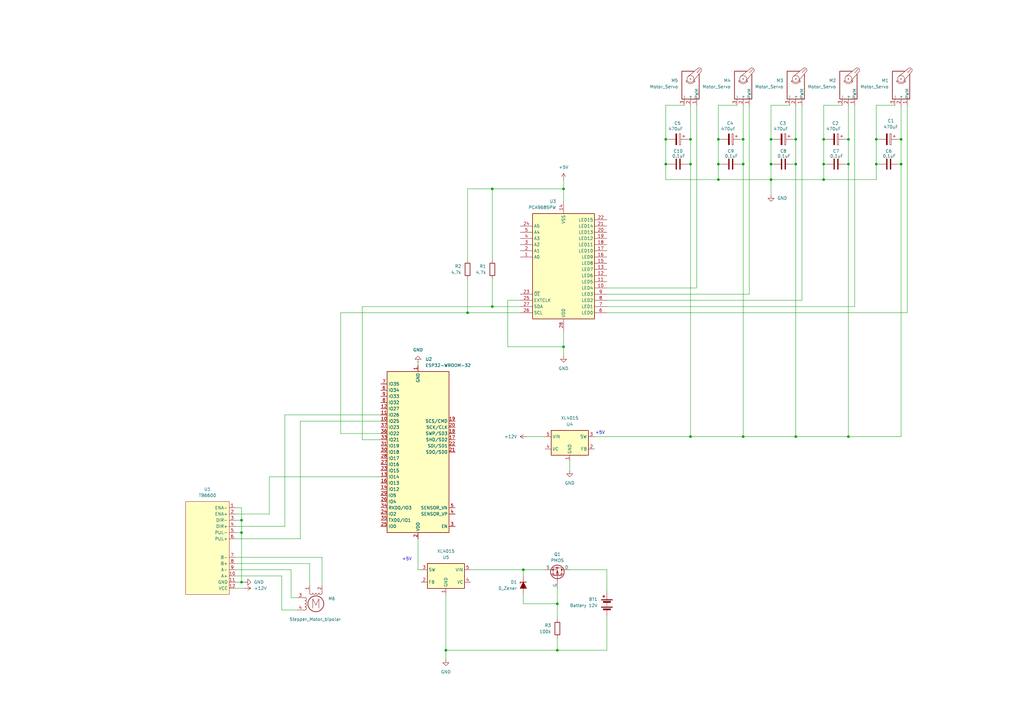
<source format=kicad_sch>
(kicad_sch (version 20231120) (generator "eeschema") (generator_version "8.0")
  (paper "A3")
  (lib_symbols
    (symbol "Device:Battery" (pin_numbers hide) (pin_names (offset 0) hide)
      (property "Reference" "BT" (at 2.54 2.54 0))
      (property "Value" "Battery" (at 2.54 0 0))
      (symbol "Battery_0_1"
        (rectangle (start -2.286 -1.27) (end 2.286 -1.524) (fill (type outline)))
        (rectangle (start -2.286 1.778) (end 2.286 1.524) (fill (type outline)))
        (rectangle (start -1.524 -2.032) (end 1.524 -2.54) (fill (type outline)))
        (rectangle (start -1.524 1.016) (end 1.524 0.508) (fill (type outline)))
        (polyline (pts (xy 0 -1.016) (xy 0 -0.762)))
        (polyline (pts (xy 0 -0.508) (xy 0 -0.254)))
        (polyline (pts (xy 0 0) (xy 0 0.254)))
        (polyline (pts (xy 0 1.778) (xy 0 2.54)))
        (polyline (pts (xy 0.762 3.048) (xy 1.778 3.048)) (stroke (width 0.254)))
        (polyline (pts (xy 1.27 3.556) (xy 1.27 2.54)) (stroke (width 0.254)))
      )
      (symbol "Battery_1_1"
        (pin passive line (at 0 5.08 270) (length 2.54) (name "+") (number "1"))
        (pin passive line (at 0 -5.08 90) (length 2.54) (name "-") (number "2"))
      )
    )
    (symbol "Device:C" (pin_numbers hide) (pin_names (offset 0.254))
      (property "Reference" "C" (at 0.635 2.54 0))
      (property "Value" "C" (at 0.635 -2.54 0))
      (symbol "C_0_1"
        (polyline (pts (xy -2.032 -0.762) (xy 2.032 -0.762)) (stroke (width 0.508)))
        (polyline (pts (xy -2.032 0.762) (xy 2.032 0.762)) (stroke (width 0.508)))
      )
      (symbol "C_1_1"
        (pin passive line (at 0 3.81 270) (length 2.794) (name "~") (number "1"))
        (pin passive line (at 0 -3.81 90) (length 2.794) (name "~") (number "2"))
      )
    )
    (symbol "Device:C_Polarized" (pin_numbers hide) (pin_names (offset 0.254))
      (property "Reference" "C" (at 0.635 2.54 0))
      (property "Value" "C_Polarized" (at 0.635 -2.54 0))
      (symbol "C_Polarized_0_1"
        (rectangle (start -2.286 0.508) (end 2.286 1.016))
        (polyline (pts (xy -1.778 2.286) (xy -0.762 2.286)))
        (polyline (pts (xy -1.27 2.794) (xy -1.27 1.778)))
        (rectangle (start 2.286 -0.508) (end -2.286 -1.016) (fill (type outline)))
      )
      (symbol "C_Polarized_1_1"
        (pin passive line (at 0 3.81 270) (length 2.794) (name "~") (number "1"))
        (pin passive line (at 0 -3.81 90) (length 2.794) (name "~") (number "2"))
      )
    )
    (symbol "Device:D_Zener_Filled" (pin_numbers hide) (pin_names (offset 1.016) hide)
      (property "Reference" "D" (at 0 2.54 0))
      (property "Value" "D_Zener_Filled" (at 0 -2.54 0))
      (symbol "D_Zener_Filled_0_1"
        (polyline (pts (xy 1.27 0) (xy -1.27 0)))
        (polyline (pts (xy -1.27 -1.27) (xy -1.27 1.27) (xy -0.762 1.27)) (stroke (width 0.254)))
        (polyline (pts (xy 1.27 -1.27) (xy 1.27 1.27) (xy -1.27 0) (xy 1.27 -1.27)) (stroke (width 0.254)) (fill (type outline)))
      )
      (symbol "D_Zener_Filled_1_1"
        (pin passive line (at -3.81 0 0) (length 2.54) (name "K") (number "1"))
        (pin passive line (at 3.81 0 180) (length 2.54) (name "A") (number "2"))
      )
    )
    (symbol "Device:R" (pin_numbers hide) (pin_names (offset 0))
      (property "Reference" "R" (at 2.032 0 90))
      (property "Value" "R" (at 0 0 90))
      (symbol "R_0_1"
        (rectangle (start -1.016 -2.54) (end 1.016 2.54) (stroke (width 0.254)))
      )
      (symbol "R_1_1"
        (pin passive line (at 0 3.81 270) (length 1.27) (name "~") (number "1"))
        (pin passive line (at 0 -3.81 90) (length 1.27) (name "~") (number "2"))
      )
    )
    (symbol "Driver_LED:PCA9685PW"
      (property "Reference" "U" (at -12.7 22.225 0))
      (property "Value" "PCA9685PW" (at 1.27 22.225 0))
      (symbol "PCA9685PW_0_1"
        (rectangle (start -12.7 20.32) (end 12.7 -22.86) (stroke (width 0.254)) (fill (type background)))
      )
      (symbol "PCA9685PW_1_1"
        (pin input line (at -17.78 -5.08 0) (length 5.08) (name "A0") (number "1"))
        (pin output line (at 17.78 7.62 180) (length 5.08) (name "LED4") (number "10"))
        (pin output line (at 17.78 5.08 180) (length 5.08) (name "LED5") (number "11"))
        (pin output line (at 17.78 2.54 180) (length 5.08) (name "LED6") (number "12"))
        (pin output line (at 17.78 0 180) (length 5.08) (name "LED7") (number "13"))
        (pin power_in line (at 0 -27.94 90) (length 5.08) (name "VSS") (number "14"))
        (pin output line (at 17.78 -2.54 180) (length 5.08) (name "LED8") (number "15"))
        (pin output line (at 17.78 -5.08 180) (length 5.08) (name "LED9") (number "16"))
        (pin output line (at 17.78 -7.62 180) (length 5.08) (name "LED10") (number "17"))
        (pin output line (at 17.78 -10.16 180) (length 5.08) (name "LED11") (number "18"))
        (pin output line (at 17.78 -12.7 180) (length 5.08) (name "LED12") (number "19"))
        (pin input line (at -17.78 -7.62 0) (length 5.08) (name "A1") (number "2"))
        (pin output line (at 17.78 -15.24 180) (length 5.08) (name "LED13") (number "20"))
        (pin output line (at 17.78 -17.78 180) (length 5.08) (name "LED14") (number "21"))
        (pin output line (at 17.78 -20.32 180) (length 5.08) (name "LED15") (number "22"))
        (pin input line (at -17.78 10.16 0) (length 5.08) (name "~{OE}") (number "23"))
        (pin input line (at -17.78 -17.78 0) (length 5.08) (name "A5") (number "24"))
        (pin input line (at -17.78 12.7 0) (length 5.08) (name "EXTCLK") (number "25"))
        (pin input line (at -17.78 17.78 0) (length 5.08) (name "SCL") (number "26"))
        (pin bidirectional line (at -17.78 15.24 0) (length 5.08) (name "SDA") (number "27"))
        (pin power_in line (at 0 25.4 270) (length 5.08) (name "VDD") (number "28"))
        (pin input line (at -17.78 -10.16 0) (length 5.08) (name "A2") (number "3"))
        (pin input line (at -17.78 -12.7 0) (length 5.08) (name "A3") (number "4"))
        (pin input line (at -17.78 -15.24 0) (length 5.08) (name "A4") (number "5"))
        (pin output line (at 17.78 17.78 180) (length 5.08) (name "LED0") (number "6"))
        (pin output line (at 17.78 15.24 180) (length 5.08) (name "LED1") (number "7"))
        (pin output line (at 17.78 12.7 180) (length 5.08) (name "LED2") (number "8"))
        (pin output line (at 17.78 10.16 180) (length 5.08) (name "LED3") (number "9"))
      )
    )
    (symbol "Motor:Motor_Servo" (pin_names (offset 0.0254))
      (property "Reference" "M" (at -5.08 4.445 0))
      (property "Value" "Motor_Servo" (at -5.08 -4.064 0))
      (symbol "Motor_Servo_0_1"
        (polyline (pts (xy 2.413 -1.778) (xy 2.032 -1.778)))
        (polyline (pts (xy 2.413 -1.778) (xy 2.286 -1.397)))
        (polyline (pts (xy 2.413 1.778) (xy 1.905 1.778)))
        (polyline (pts (xy 2.413 1.778) (xy 2.286 1.397)))
        (polyline (pts (xy 6.35 4.445) (xy 2.54 1.27)))
        (polyline (pts (xy 7.62 3.175) (xy 4.191 -1.016)))
        (polyline (pts (xy 5.08 3.556) (xy -5.08 3.556) (xy -5.08 -3.556) (xy 6.35 -3.556) (xy 6.35 1.524)) (stroke (width 0.254)))
        (arc (start 2.413 1.778) (mid 1.2406 0) (end 2.413 -1.778))
        (circle (center 3.175 0) (radius 0.1778))
        (circle (center 3.175 0) (radius 1.4224))
        (circle (center 5.969 2.794) (radius 0.127))
        (circle (center 6.477 3.302) (radius 0.127))
        (circle (center 6.985 3.81) (radius 0.127))
        (arc (start 7.62 3.175) (mid 7.4485 4.2735) (end 6.35 4.445))
      )
      (symbol "Motor_Servo_1_1"
        (pin passive line (at -7.62 2.54 0) (length 2.54) (name "PWM") (number "1"))
        (pin passive line (at -7.62 0 0) (length 2.54) (name "+") (number "2"))
        (pin passive line (at -7.62 -2.54 0) (length 2.54) (name "-") (number "3"))
      )
    )
    (symbol "Motor:Stepper_Motor_bipolar" (pin_names (offset 0) hide)
      (property "Reference" "M" (at 3.81 2.54 0))
      (property "Value" "Stepper_Motor_bipolar" (at 3.81 1.27 0))
      (symbol "Stepper_Motor_bipolar_0_0"
        (polyline (pts (xy -1.27 -1.778) (xy -1.27 2.032) (xy 0 -0.508) (xy 1.27 2.032) (xy 1.27 -1.778)))
      )
      (symbol "Stepper_Motor_bipolar_0_1"
        (arc (start -4.445 -2.54) (mid -3.8127 -1.905) (end -4.445 -1.27))
        (arc (start -4.445 -1.27) (mid -3.8127 -0.635) (end -4.445 0))
        (arc (start -4.445 0) (mid -3.8127 0.635) (end -4.445 1.27))
        (arc (start -4.445 1.27) (mid -3.8127 1.905) (end -4.445 2.54))
        (arc (start -2.54 4.445) (mid -1.905 3.8127) (end -1.27 4.445))
        (arc (start -1.27 4.445) (mid -0.635 3.8127) (end 0 4.445))
        (polyline (pts (xy -5.08 -2.54) (xy -4.445 -2.54)))
        (polyline (pts (xy -5.08 2.54) (xy -4.445 2.54)))
        (polyline (pts (xy -2.54 5.08) (xy -2.54 4.445)))
        (polyline (pts (xy 2.54 5.08) (xy 2.54 4.445)))
        (circle (center 0 0) (radius 3.2512) (stroke (width 0.254)))
        (arc (start 0 4.445) (mid 0.635 3.8127) (end 1.27 4.445))
        (arc (start 1.27 4.445) (mid 1.905 3.8127) (end 2.54 4.445))
      )
      (symbol "Stepper_Motor_bipolar_1_1"
        (pin passive line (at -2.54 7.62 270) (length 2.54) (name "~") (number "1"))
        (pin passive line (at 2.54 7.62 270) (length 2.54) (name "-") (number "2"))
        (pin passive line (at -7.62 2.54 0) (length 2.54) (name "~") (number "3"))
        (pin passive line (at -7.62 -2.54 0) (length 2.54) (name "~") (number "4"))
      )
    )
    (symbol "RF_Module:ESP32-WROOM-32"
      (property "Reference" "U" (at -12.7 34.29 0))
      (property "Value" "ESP32-WROOM-32" (at 1.27 34.29 0))
      (symbol "ESP32-WROOM-32_0_1"
        (rectangle (start -12.7 33.02) (end 12.7 -33.02) (stroke (width 0.254)) (fill (type background)))
      )
      (symbol "ESP32-WROOM-32_1_1"
        (pin power_in line (at 0 -35.56 90) (length 2.54) (name "GND") (number "1"))
        (pin bidirectional line (at 15.24 -12.7 180) (length 2.54) (name "IO25") (number "10"))
        (pin bidirectional line (at 15.24 -15.24 180) (length 2.54) (name "IO26") (number "11"))
        (pin bidirectional line (at 15.24 -17.78 180) (length 2.54) (name "IO27") (number "12"))
        (pin bidirectional line (at 15.24 10.16 180) (length 2.54) (name "IO14") (number "13"))
        (pin bidirectional line (at 15.24 15.24 180) (length 2.54) (name "IO12") (number "14"))
        (pin passive line (at 0 -35.56 90) (length 2.54) hide (name "GND") (number "15"))
        (pin bidirectional line (at 15.24 12.7 180) (length 2.54) (name "IO13") (number "16"))
        (pin bidirectional line (at -15.24 -5.08 0) (length 2.54) (name "SHD/SD2") (number "17"))
        (pin bidirectional line (at -15.24 -7.62 0) (length 2.54) (name "SWP/SD3") (number "18"))
        (pin bidirectional line (at -15.24 -12.7 0) (length 2.54) (name "SCS/CMD") (number "19"))
        (pin power_in line (at 0 35.56 270) (length 2.54) (name "VDD") (number "2"))
        (pin bidirectional line (at -15.24 -10.16 0) (length 2.54) (name "SCK/CLK") (number "20"))
        (pin bidirectional line (at -15.24 0 0) (length 2.54) (name "SDO/SD0") (number "21"))
        (pin bidirectional line (at -15.24 -2.54 0) (length 2.54) (name "SDI/SD1") (number "22"))
        (pin bidirectional line (at 15.24 7.62 180) (length 2.54) (name "IO15") (number "23"))
        (pin bidirectional line (at 15.24 25.4 180) (length 2.54) (name "IO2") (number "24"))
        (pin bidirectional line (at 15.24 30.48 180) (length 2.54) (name "IO0") (number "25"))
        (pin bidirectional line (at 15.24 20.32 180) (length 2.54) (name "IO4") (number "26"))
        (pin bidirectional line (at 15.24 5.08 180) (length 2.54) (name "IO16") (number "27"))
        (pin bidirectional line (at 15.24 2.54 180) (length 2.54) (name "IO17") (number "28"))
        (pin bidirectional line (at 15.24 17.78 180) (length 2.54) (name "IO5") (number "29"))
        (pin input line (at -15.24 30.48 0) (length 2.54) (name "EN") (number "3"))
        (pin bidirectional line (at 15.24 0 180) (length 2.54) (name "IO18") (number "30"))
        (pin bidirectional line (at 15.24 -2.54 180) (length 2.54) (name "IO19") (number "31"))
        (pin no_connect line (at -12.7 -27.94 0) (length 2.54) hide (name "NC") (number "32"))
        (pin bidirectional line (at 15.24 -5.08 180) (length 2.54) (name "IO21") (number "33"))
        (pin bidirectional line (at 15.24 22.86 180) (length 2.54) (name "RXD0/IO3") (number "34"))
        (pin bidirectional line (at 15.24 27.94 180) (length 2.54) (name "TXD0/IO1") (number "35"))
        (pin bidirectional line (at 15.24 -7.62 180) (length 2.54) (name "IO22") (number "36"))
        (pin bidirectional line (at 15.24 -10.16 180) (length 2.54) (name "IO23") (number "37"))
        (pin passive line (at 0 -35.56 90) (length 2.54) hide (name "GND") (number "38"))
        (pin passive line (at 0 -35.56 90) (length 2.54) hide (name "GND") (number "39"))
        (pin input line (at -15.24 25.4 0) (length 2.54) (name "SENSOR_VP") (number "4"))
        (pin input line (at -15.24 22.86 0) (length 2.54) (name "SENSOR_VN") (number "5"))
        (pin input line (at 15.24 -25.4 180) (length 2.54) (name "IO34") (number "6"))
        (pin input line (at 15.24 -27.94 180) (length 2.54) (name "IO35") (number "7"))
        (pin bidirectional line (at 15.24 -20.32 180) (length 2.54) (name "IO32") (number "8"))
        (pin bidirectional line (at 15.24 -22.86 180) (length 2.54) (name "IO33") (number "9"))
      )
    )
    (symbol "Regulator_Switching:XL4015"
      (property "Reference" "U?" (at -6.35 6.35 0))
      (property "Value" "XL4015" (at 6.35 6.35 0))
      (symbol "XL4015_0_1"
        (rectangle (start -7.62 5.08) (end 7.62 -5.08) (stroke (width 0.254)) (fill (type background)))
      )
      (symbol "XL4015_1_1"
        (pin power_in line (at 0 -7.62 90) (length 2.54) (name "GND") (number "1"))
        (pin input line (at 10.16 -2.54 180) (length 2.54) (name "FB") (number "2"))
        (pin power_out line (at 10.16 2.54 180) (length 2.54) (name "SW") (number "3"))
        (pin input line (at -10.16 -2.54 0) (length 2.54) (name "VC") (number "4"))
        (pin power_in line (at -10.16 2.54 0) (length 2.54) (name "VIN") (number "5"))
      )
    )
    (symbol "Simulation_SPICE:PMOS" (pin_numbers hide) (pin_names (offset 0))
      (property "Reference" "Q" (at 5.08 1.27 0))
      (property "Value" "PMOS" (at 5.08 -1.27 0))
      (symbol "PMOS_0_1"
        (polyline (pts (xy 0.254 0) (xy -2.54 0)))
        (polyline (pts (xy 0.254 1.905) (xy 0.254 -1.905)) (stroke (width 0.254)))
        (polyline (pts (xy 0.762 -1.27) (xy 0.762 -2.286)) (stroke (width 0.254)))
        (polyline (pts (xy 0.762 0.508) (xy 0.762 -0.508)) (stroke (width 0.254)))
        (polyline (pts (xy 0.762 2.286) (xy 0.762 1.27)) (stroke (width 0.254)))
        (polyline (pts (xy 2.54 2.54) (xy 2.54 1.778)))
        (polyline (pts (xy 2.54 -2.54) (xy 2.54 0) (xy 0.762 0)))
        (polyline (pts (xy 0.762 1.778) (xy 3.302 1.778) (xy 3.302 -1.778) (xy 0.762 -1.778)))
        (polyline (pts (xy 2.286 0) (xy 1.27 0.381) (xy 1.27 -0.381) (xy 2.286 0)) (fill (type outline)))
        (polyline (pts (xy 2.794 -0.508) (xy 2.921 -0.381) (xy 3.683 -0.381) (xy 3.81 -0.254)))
        (polyline (pts (xy 3.302 -0.381) (xy 2.921 0.254) (xy 3.683 0.254) (xy 3.302 -0.381)))
        (circle (center 1.651 0) (radius 2.794) (stroke (width 0.254)))
        (circle (center 2.54 -1.778) (radius 0.254) (fill (type outline)))
        (circle (center 2.54 1.778) (radius 0.254) (fill (type outline)))
      )
      (symbol "PMOS_1_1"
        (pin passive line (at 2.54 5.08 270) (length 2.54) (name "D") (number "1"))
        (pin input line (at -5.08 0 0) (length 2.54) (name "G") (number "2"))
        (pin passive line (at 2.54 -5.08 90) (length 2.54) (name "S") (number "3"))
      )
    )
    (symbol "power:GND" (power) (pin_numbers hide) (pin_names (offset 0) hide)
      (property "Value" "GND" (at 0 -3.81 0))
      (symbol "GND_0_1"
        (polyline (pts (xy 0 0) (xy 0 -1.27) (xy 1.27 -1.27) (xy 0 -2.54) (xy -1.27 -1.27) (xy 0 -1.27)))
      )
      (symbol "GND_1_1"
        (pin power_in line (at 0 0 270) (length 0) (name "~") (number "1"))
      )
    )
    (symbol "power:VCC" (power) (pin_numbers hide) (pin_names (offset 0) hide)
      (property "Value" "VCC" (at 0 3.556 0))
      (symbol "VCC_0_1"
        (polyline (pts (xy -0.762 1.27) (xy 0 2.54)))
        (polyline (pts (xy 0 0) (xy 0 2.54)))
        (polyline (pts (xy 0 2.54) (xy 0.762 1.27)))
      )
      (symbol "VCC_1_1"
        (pin power_in line (at 0 0 90) (length 0) (name "~") (number "1"))
      )
    )
    (symbol "tb6600:TB6600"
      (property "Reference" "U" (at -13.208 1.016 0))
      (property "Value" "TB6600" (at -5.334 0.762 0))
      (symbol "TB6600_1_1"
        (rectangle (start -13.97 0) (end 3.81 -38.1) (fill (type background)))
        (pin input line (at 6.35 -2.54 180) (length 2.54) (name "ENA-") (number "1"))
        (pin bidirectional line (at 6.35 -30.48 180) (length 2.54) (name "A+") (number "10"))
        (pin power_in line (at 6.35 -33.02 180) (length 2.54) (name "GND") (number "11"))
        (pin power_in line (at 6.35 -35.56 180) (length 2.54) (name "VCC") (number "12"))
        (pin input line (at 6.35 -5.08 180) (length 2.54) (name "ENA+") (number "2"))
        (pin input line (at 6.35 -7.62 180) (length 2.54) (name "DIR-") (number "3"))
        (pin input line (at 6.35 -10.16 180) (length 2.54) (name "DIR+") (number "4"))
        (pin input line (at 6.35 -12.7 180) (length 2.54) (name "PUL-") (number "5"))
        (pin input line (at 6.35 -15.24 180) (length 2.54) (name "PUL+") (number "6"))
        (pin bidirectional line (at 6.35 -22.86 180) (length 2.54) (name "B-") (number "7"))
        (pin bidirectional line (at 6.35 -25.4 180) (length 2.54) (name "B+") (number "8"))
        (pin bidirectional line (at 6.35 -27.94 180) (length 2.54) (name "A-") (number "9"))
      )
    )
  )
  (junction (at 337.82 67.31))
  (junction (at 316.23 67.31))
  (junction (at 359.41 67.31))
  (junction (at 191.77 128.27))
  (junction (at 369.57 67.31))
  (junction (at 201.93 125.73))
  (junction (at 337.82 73.66))
  (junction (at 283.21 57.15))
  (junction (at 369.57 57.15))
  (junction (at 99.06 218.44))
  (junction (at 214.63 233.68))
  (junction (at 228.6 247.65))
  (junction (at 99.06 238.76))
  (junction (at 273.05 57.15))
  (junction (at 304.8 67.31))
  (junction (at 337.82 57.15))
  (junction (at 316.23 57.15))
  (junction (at 347.98 179.07))
  (junction (at 228.6 266.7))
  (junction (at 304.8 179.07))
  (junction (at 273.05 67.31))
  (junction (at 347.98 57.15))
  (junction (at 231.14 77.47))
  (junction (at 231.14 142.24))
  (junction (at 99.06 213.36))
  (junction (at 201.93 77.47))
  (junction (at 326.39 57.15))
  (junction (at 304.8 57.15))
  (junction (at 326.39 67.31))
  (junction (at 283.21 179.07))
  (junction (at 182.88 266.7))
  (junction (at 294.64 57.15))
  (junction (at 326.39 179.07))
  (junction (at 283.21 67.31))
  (junction (at 316.23 73.66))
  (junction (at 294.64 73.66))
  (junction (at 294.64 67.31))
  (junction (at 347.98 67.31))
  (junction (at 359.41 57.15))
  (wire (pts (xy 119.38 245.11) (xy 121.92 245.11)))
  (wire (pts (xy 281.94 67.31) (xy 283.21 67.31)))
  (wire (pts (xy 231.14 142.24) (xy 231.14 146.05)))
  (wire (pts (xy 283.21 67.31) (xy 283.21 179.07)))
  (wire (pts (xy 96.52 208.28) (xy 99.06 208.28)))
  (wire (pts (xy 182.88 266.7) (xy 228.6 266.7)))
  (wire (pts (xy 273.05 43.18) (xy 273.05 57.15)))
  (wire (pts (xy 248.92 118.11) (xy 285.75 118.11)))
  (wire (pts (xy 96.52 210.82) (xy 110.49 210.82)))
  (wire (pts (xy 294.64 67.31) (xy 294.64 73.66)))
  (wire (pts (xy 339.09 67.31) (xy 337.82 67.31)))
  (wire (pts (xy 96.52 215.9) (xy 116.84 215.9)))
  (wire (pts (xy 273.05 67.31) (xy 273.05 73.66)))
  (wire (pts (xy 248.92 233.68) (xy 233.68 233.68)))
  (wire (pts (xy 337.82 67.31) (xy 337.82 73.66)))
  (wire (pts (xy 96.52 236.22) (xy 115.57 236.22)))
  (wire (pts (xy 294.64 43.18) (xy 294.64 57.15)))
  (wire (pts (xy 156.21 177.8) (xy 139.7 177.8)))
  (wire (pts (xy 115.57 236.22) (xy 115.57 250.19)))
  (wire (pts (xy 139.7 177.8) (xy 139.7 128.27)))
  (wire (pts (xy 295.91 67.31) (xy 294.64 67.31)))
  (wire (pts (xy 304.8 67.31) (xy 304.8 57.15)))
  (wire (pts (xy 191.77 128.27) (xy 191.77 114.3)))
  (wire (pts (xy 96.52 220.98) (xy 123.19 220.98)))
  (wire (pts (xy 337.82 57.15) (xy 339.09 57.15)))
  (wire (pts (xy 231.14 73.66) (xy 231.14 77.47)))
  (wire (pts (xy 369.57 43.18) (xy 369.57 57.15)))
  (wire (pts (xy 171.45 220.98) (xy 171.45 233.68)))
  (wire (pts (xy 304.8 179.07) (xy 326.39 179.07)))
  (wire (pts (xy 248.92 125.73) (xy 350.52 125.73)))
  (wire (pts (xy 326.39 57.15) (xy 325.12 57.15)))
  (wire (pts (xy 369.57 57.15) (xy 368.3 57.15)))
  (wire (pts (xy 231.14 142.24) (xy 231.14 135.89)))
  (wire (pts (xy 283.21 57.15) (xy 281.94 57.15)))
  (wire (pts (xy 304.8 57.15) (xy 303.53 57.15)))
  (wire (pts (xy 96.52 213.36) (xy 99.06 213.36)))
  (wire (pts (xy 208.28 123.19) (xy 208.28 142.24)))
  (wire (pts (xy 283.21 67.31) (xy 283.21 57.15)))
  (wire (pts (xy 99.06 238.76) (xy 100.33 238.76)))
  (wire (pts (xy 347.98 67.31) (xy 347.98 179.07)))
  (wire (pts (xy 368.3 67.31) (xy 369.57 67.31)))
  (wire (pts (xy 316.23 67.31) (xy 316.23 57.15)))
  (wire (pts (xy 223.52 233.68) (xy 214.63 233.68)))
  (wire (pts (xy 96.52 231.14) (xy 127 231.14)))
  (wire (pts (xy 347.98 57.15) (xy 346.71 57.15)))
  (wire (pts (xy 369.57 67.31) (xy 369.57 57.15)))
  (wire (pts (xy 171.45 148.59) (xy 171.45 149.86)))
  (wire (pts (xy 228.6 247.65) (xy 228.6 254)))
  (wire (pts (xy 116.84 170.18) (xy 156.21 170.18)))
  (wire (pts (xy 248.92 123.19) (xy 328.93 123.19)))
  (wire (pts (xy 208.28 142.24) (xy 231.14 142.24)))
  (wire (pts (xy 148.59 125.73) (xy 201.93 125.73)))
  (wire (pts (xy 191.77 77.47) (xy 201.93 77.47)))
  (wire (pts (xy 193.04 233.68) (xy 214.63 233.68)))
  (wire (pts (xy 326.39 67.31) (xy 326.39 57.15)))
  (wire (pts (xy 156.21 180.34) (xy 148.59 180.34)))
  (wire (pts (xy 96.52 218.44) (xy 99.06 218.44)))
  (wire (pts (xy 317.5 67.31) (xy 316.23 67.31)))
  (wire (pts (xy 283.21 179.07) (xy 304.8 179.07)))
  (wire (pts (xy 280.67 43.18) (xy 273.05 43.18)))
  (wire (pts (xy 248.92 242.57) (xy 248.92 233.68)))
  (wire (pts (xy 303.53 67.31) (xy 304.8 67.31)))
  (wire (pts (xy 304.8 67.31) (xy 304.8 179.07)))
  (wire (pts (xy 360.68 67.31) (xy 359.41 67.31)))
  (wire (pts (xy 326.39 179.07) (xy 347.98 179.07)))
  (wire (pts (xy 182.88 243.84) (xy 182.88 266.7)))
  (wire (pts (xy 233.68 189.23) (xy 233.68 193.04)))
  (wire (pts (xy 213.36 123.19) (xy 208.28 123.19)))
  (wire (pts (xy 367.03 43.18) (xy 359.41 43.18)))
  (wire (pts (xy 96.52 233.68) (xy 119.38 233.68)))
  (wire (pts (xy 304.8 43.18) (xy 304.8 57.15)))
  (wire (pts (xy 316.23 57.15) (xy 317.5 57.15)))
  (wire (pts (xy 99.06 208.28) (xy 99.06 213.36)))
  (wire (pts (xy 294.64 73.66) (xy 316.23 73.66)))
  (wire (pts (xy 323.85 43.18) (xy 316.23 43.18)))
  (wire (pts (xy 139.7 128.27) (xy 191.77 128.27)))
  (wire (pts (xy 302.26 43.18) (xy 294.64 43.18)))
  (wire (pts (xy 248.92 128.27) (xy 372.11 128.27)))
  (wire (pts (xy 172.72 233.68) (xy 171.45 233.68)))
  (wire (pts (xy 294.64 57.15) (xy 295.91 57.15)))
  (wire (pts (xy 359.41 57.15) (xy 359.41 67.31)))
  (wire (pts (xy 99.06 218.44) (xy 99.06 238.76)))
  (wire (pts (xy 201.93 106.68) (xy 201.93 77.47)))
  (wire (pts (xy 316.23 43.18) (xy 316.23 57.15)))
  (wire (pts (xy 337.82 73.66) (xy 316.23 73.66)))
  (wire (pts (xy 96.52 238.76) (xy 99.06 238.76)))
  (wire (pts (xy 214.63 233.68) (xy 214.63 236.22)))
  (wire (pts (xy 273.05 57.15) (xy 273.05 67.31)))
  (wire (pts (xy 337.82 57.15) (xy 337.82 67.31)))
  (wire (pts (xy 285.75 43.18) (xy 285.75 118.11)))
  (wire (pts (xy 191.77 106.68) (xy 191.77 77.47)))
  (wire (pts (xy 182.88 266.7) (xy 182.88 270.51)))
  (wire (pts (xy 316.23 73.66) (xy 316.23 80.01)))
  (wire (pts (xy 347.98 43.18) (xy 347.98 57.15)))
  (wire (pts (xy 123.19 220.98) (xy 123.19 172.72)))
  (wire (pts (xy 96.52 228.6) (xy 132.08 228.6)))
  (wire (pts (xy 274.32 67.31) (xy 273.05 67.31)))
  (wire (pts (xy 228.6 261.62) (xy 228.6 266.7)))
  (wire (pts (xy 326.39 67.31) (xy 326.39 179.07)))
  (wire (pts (xy 372.11 43.18) (xy 372.11 128.27)))
  (wire (pts (xy 214.63 247.65) (xy 214.63 243.84)))
  (wire (pts (xy 347.98 57.15) (xy 347.98 67.31)))
  (wire (pts (xy 248.92 120.65) (xy 307.34 120.65)))
  (wire (pts (xy 119.38 233.68) (xy 119.38 245.11)))
  (wire (pts (xy 294.64 57.15) (xy 294.64 67.31)))
  (wire (pts (xy 110.49 195.58) (xy 156.21 195.58)))
  (wire (pts (xy 273.05 73.66) (xy 294.64 73.66)))
  (wire (pts (xy 132.08 228.6) (xy 132.08 240.03)))
  (wire (pts (xy 307.34 43.18) (xy 307.34 120.65)))
  (wire (pts (xy 337.82 73.66) (xy 359.41 73.66)))
  (wire (pts (xy 96.52 241.3) (xy 100.33 241.3)))
  (wire (pts (xy 201.93 125.73) (xy 201.93 114.3)))
  (wire (pts (xy 116.84 215.9) (xy 116.84 170.18)))
  (wire (pts (xy 347.98 179.07) (xy 369.57 179.07)))
  (wire (pts (xy 325.12 67.31) (xy 326.39 67.31)))
  (wire (pts (xy 228.6 266.7) (xy 248.92 266.7)))
  (wire (pts (xy 248.92 252.73) (xy 248.92 266.7)))
  (wire (pts (xy 228.6 247.65) (xy 214.63 247.65)))
  (wire (pts (xy 316.23 67.31) (xy 316.23 73.66)))
  (wire (pts (xy 228.6 241.3) (xy 228.6 247.65)))
  (wire (pts (xy 201.93 77.47) (xy 231.14 77.47)))
  (wire (pts (xy 231.14 77.47) (xy 231.14 82.55)))
  (wire (pts (xy 345.44 43.18) (xy 337.82 43.18)))
  (wire (pts (xy 326.39 43.18) (xy 326.39 57.15)))
  (wire (pts (xy 243.84 179.07) (xy 283.21 179.07)))
  (wire (pts (xy 201.93 125.73) (xy 213.36 125.73)))
  (wire (pts (xy 115.57 250.19) (xy 121.92 250.19)))
  (wire (pts (xy 273.05 57.15) (xy 274.32 57.15)))
  (wire (pts (xy 369.57 67.31) (xy 369.57 179.07)))
  (wire (pts (xy 360.68 57.15) (xy 359.41 57.15)))
  (wire (pts (xy 359.41 67.31) (xy 359.41 73.66)))
  (wire (pts (xy 283.21 43.18) (xy 283.21 57.15)))
  (wire (pts (xy 99.06 213.36) (xy 99.06 218.44)))
  (wire (pts (xy 123.19 172.72) (xy 156.21 172.72)))
  (wire (pts (xy 127 231.14) (xy 127 240.03)))
  (wire (pts (xy 110.49 210.82) (xy 110.49 195.58)))
  (wire (pts (xy 215.9 179.07) (xy 223.52 179.07)))
  (wire (pts (xy 213.36 128.27) (xy 191.77 128.27)))
  (wire (pts (xy 346.71 67.31) (xy 347.98 67.31)))
  (wire (pts (xy 337.82 43.18) (xy 337.82 57.15)))
  (wire (pts (xy 350.52 43.18) (xy 350.52 125.73)))
  (wire (pts (xy 359.41 43.18) (xy 359.41 57.15)))
  (wire (pts (xy 328.93 43.18) (xy 328.93 123.19)))
  (wire (pts (xy 148.59 125.73) (xy 148.59 180.34)))
  (text "+5V\n" (at 166.878 229.362 0) (effects (font (size 1.27 1.27))))
  (text "+5V\n" (at 246.126 177.546 0) (effects (font (size 1.27 1.27))))
  (symbol (lib_id "power:GND") (at 182.88 270.51 0) (mirror y) (unit 1)
    (property "Reference" "#PWR04" (effects (hide yes)))
    (property "Value" "GND" (at 182.88 275.59 0))
    (property "Description" "Power symbol creates a global label with name \"GND\" , ground" (effects (hide yes)))
  )
  (symbol (lib_id "Device:D_Zener_Filled") (at 214.63 240.03 90) (mirror x) (unit 1)
    (property "Reference" "D1" (at 212.09 238.7599 90) (effects (justify left)))
    (property "Value" "D_Zener" (at 212.09 241.2999 90) (effects (justify left)))
    (property "Description" "Zener diode, filled shape" (effects (hide yes)))
  )
  (symbol (lib_id "Device:R") (at 201.93 110.49 0) (mirror y) (unit 1)
    (property "Reference" "R1" (at 199.39 109.2199 0) (effects (justify left)))
    (property "Value" "4.7k" (at 199.39 111.7599 0) (effects (justify left)))
    (property "Description" "Resistor" (effects (hide yes)))
  )
  (symbol (lib_id "power:GND") (at 231.14 146.05 0) (mirror y) (unit 1)
    (property "Reference" "#PWR07" (effects (hide yes)))
    (property "Value" "GND" (at 231.14 151.13 0))
    (property "Description" "Power symbol creates a global label with name \"GND\" , ground" (effects (hide yes)))
  )
  (symbol (lib_id "Regulator_Switching:XL4015") (at 182.88 236.22 0) (mirror y) (unit 1)
    (property "Reference" "U5" (at 182.88 228.6 0))
    (property "Value" "XL4015" (at 182.88 226.06 0))
    (property "Footprint" "Package_TO_SOT_SMD:TO-263-5_TabPin3" (effects (hide yes)))
    (property "Datasheet" "http://www.xlsemi.net/datasheet/XL4015%20datasheet-English.pdf" (effects (hide yes)))
    (property "Description" "5A 180kHz 36V Buck DC to DC Converter" (effects (hide yes)))
  )
  (symbol (lib_id "Device:C") (at 299.72 67.31 270) (mirror x) (unit 1)
    (property "Reference" "C9" (at 299.72 61.976 90))
    (property "Value" "0.1uF" (at 299.974 64.008 90))
    (property "Description" "Unpolarized capacitor" (effects (hide yes)))
  )
  (symbol (lib_id "Device:C") (at 321.31 67.31 270) (mirror x) (unit 1)
    (property "Reference" "C8" (at 321.31 61.976 90))
    (property "Value" "0.1uF" (at 321.564 64.008 90))
    (property "Description" "Unpolarized capacitor" (effects (hide yes)))
  )
  (symbol (lib_id "Motor:Motor_Servo") (at 369.57 35.56 270) (mirror x) (unit 1)
    (property "Reference" "M1" (at 364.49 33.031 90) (effects (justify right)))
    (property "Value" "Motor_Servo" (at 364.49 35.571 90) (effects (justify right)))
    (property "Datasheet" "http://forums.parallax.com/uploads/attachments/46831/74481.png" (effects (hide yes)))
    (property "Description" "Servo Motor (Futaba, HiTec, JR connector)" (effects (hide yes)))
  )
  (symbol (lib_id "Device:R") (at 228.6 257.81 0) (mirror y) (unit 1)
    (property "Reference" "R3" (at 226.06 256.5399 0) (effects (justify left)))
    (property "Value" "100k" (at 226.06 259.0799 0) (effects (justify left)))
    (property "Description" "Resistor" (effects (hide yes)))
  )
  (symbol (lib_id "power:VCC") (at 215.9 179.07 90) (unit 1)
    (property "Reference" "#PWR017" (effects (hide yes)))
    (property "Value" "+12V" (at 212.09 179.0699 90) (effects (justify left)))
    (property "Description" "Power symbol creates a global label with name \"VCC\"" (effects (hide yes)))
  )
  (symbol (lib_id "Device:Battery") (at 248.92 247.65 0) (mirror y) (unit 1)
    (property "Reference" "BT1" (at 245.11 245.8084 0) (effects (justify left)))
    (property "Value" "Battery 12V" (at 245.11 248.3484 0) (effects (justify left)))
    (property "Description" "Multiple-cell battery" (effects (hide yes)))
  )
  (symbol (lib_id "power:VCC") (at 100.33 241.3 270) (unit 1)
    (property "Reference" "#PWR03" (effects (hide yes)))
    (property "Value" "+12V" (at 104.14 241.2999 90) (effects (justify left)))
    (property "Description" "Power symbol creates a global label with name \"VCC\"" (effects (hide yes)))
  )
  (symbol (lib_id "Motor:Stepper_Motor_bipolar") (at 129.54 247.65 0) (unit 1)
    (property "Reference" "M6" (at 134.62 245.529 0) (effects (justify left)))
    (property "Value" "Stepper_Motor_bipolar" (at 118.618 254 0) (effects (justify left)))
    (property "Datasheet" "http://www.infineon.com/dgdl/Application-Note-TLE8110EE_driving_UniPolarStepperMotor_V1.1.pdf?fileId=db3a30431be39b97011be5d0aa0a00b0" (effects (hide yes)))
    (property "Description" "4-wire bipolar stepper motor" (effects (hide yes)))
  )
  (symbol (lib_id "Motor:Motor_Servo") (at 283.21 35.56 270) (mirror x) (unit 1)
    (property "Reference" "M5" (at 278.13 33.031 90) (effects (justify right)))
    (property "Value" "Motor_Servo" (at 278.13 35.571 90) (effects (justify right)))
    (property "Datasheet" "http://forums.parallax.com/uploads/attachments/46831/74481.png" (effects (hide yes)))
    (property "Description" "Servo Motor (Futaba, HiTec, JR connector)" (effects (hide yes)))
  )
  (symbol (lib_id "power:GND") (at 316.23 80.01 0) (mirror y) (unit 1)
    (property "Reference" "#PWR015" (effects (hide yes)))
    (property "Value" "GND" (at 318.77 81.2799 0) (effects (justify right)))
    (property "Description" "Power symbol creates a global label with name \"GND\" , ground" (effects (hide yes)))
  )
  (symbol (lib_id "Device:C") (at 364.49 67.31 270) (mirror x) (unit 1)
    (property "Reference" "C6" (at 364.49 61.976 90))
    (property "Value" "0.1uF" (at 364.744 64.008 90))
    (property "Description" "Unpolarized capacitor" (effects (hide yes)))
  )
  (symbol (lib_id "power:GND") (at 100.33 238.76 90) (unit 1)
    (property "Reference" "#PWR01" (effects (hide yes)))
    (property "Value" "GND" (at 104.14 238.7599 90) (effects (justify right)))
    (property "Description" "Power symbol creates a global label with name \"GND\" , ground" (effects (hide yes)))
  )
  (symbol (lib_id "Device:C_Polarized") (at 364.49 57.15 270) (unit 1)
    (property "Reference" "C1" (at 365.379 49.53 90))
    (property "Value" "470uF" (at 365.379 52.07 90))
    (property "Description" "Polarized capacitor" (effects (hide yes)))
  )
  (symbol (lib_id "Motor:Motor_Servo") (at 347.98 35.56 270) (mirror x) (unit 1)
    (property "Reference" "M2" (at 342.9 33.031 90) (effects (justify right)))
    (property "Value" "Motor_Servo" (at 342.9 35.571 90) (effects (justify right)))
    (property "Datasheet" "http://forums.parallax.com/uploads/attachments/46831/74481.png" (effects (hide yes)))
    (property "Description" "Servo Motor (Futaba, HiTec, JR connector)" (effects (hide yes)))
  )
  (symbol (lib_id "Motor:Motor_Servo") (at 304.8 35.56 270) (mirror x) (unit 1)
    (property "Reference" "M4" (at 299.72 33.031 90) (effects (justify right)))
    (property "Value" "Motor_Servo" (at 299.72 35.571 90) (effects (justify right)))
    (property "Datasheet" "http://forums.parallax.com/uploads/attachments/46831/74481.png" (effects (hide yes)))
    (property "Description" "Servo Motor (Futaba, HiTec, JR connector)" (effects (hide yes)))
  )
  (symbol (lib_id "Motor:Motor_Servo") (at 326.39 35.56 270) (mirror x) (unit 1)
    (property "Reference" "M3" (at 321.31 33.031 90) (effects (justify right)))
    (property "Value" "Motor_Servo" (at 321.31 35.571 90) (effects (justify right)))
    (property "Datasheet" "http://forums.parallax.com/uploads/attachments/46831/74481.png" (effects (hide yes)))
    (property "Description" "Servo Motor (Futaba, HiTec, JR connector)" (effects (hide yes)))
  )
  (symbol (lib_id "Device:C_Polarized") (at 278.13 57.15 270) (unit 1)
    (property "Reference" "C5" (at 277.876 50.546 90))
    (property "Value" "470uF" (at 277.114 52.832 90))
    (property "Description" "Polarized capacitor" (effects (hide yes)))
  )
  (symbol (lib_id "Device:C_Polarized") (at 342.9 57.15 270) (unit 1)
    (property "Reference" "C2" (at 342.646 50.546 90))
    (property "Value" "470uF" (at 341.884 52.832 90))
    (property "Description" "Polarized capacitor" (effects (hide yes)))
  )
  (symbol (lib_id "Device:C_Polarized") (at 299.72 57.15 270) (unit 1)
    (property "Reference" "C4" (at 299.466 50.546 90))
    (property "Value" "470uF" (at 298.704 52.832 90))
    (property "Description" "Polarized capacitor" (effects (hide yes)))
  )
  (symbol (lib_id "RF_Module:ESP32-WROOM-32") (at 171.45 185.42 180) (unit 1)
    (property "Reference" "U2" (at 174.4665 147.32 0) (effects (justify right)))
    (property "Value" "ESP32-WROOM-32" (at 174.4665 149.86 0) (effects (justify right)))
    (property "Footprint" "RF_Module:ESP32-WROOM-32" (effects (hide yes)))
    (property "Datasheet" "https://www.espressif.com/sites/default/files/documentation/esp32-wroom-32_datasheet_en.pdf" (effects (hide yes)))
    (property "Description" "RF Module, ESP32-D0WDQ6 SoC, Wi-Fi 802.11b/g/n, Bluetooth, BLE, 32-bit, 2.7-3.6V, onboard antenna, SMD" (effects (hide yes)))
  )
  (symbol (lib_id "Device:C_Polarized") (at 321.31 57.15 270) (unit 1)
    (property "Reference" "C3" (at 321.056 50.546 90))
    (property "Value" "470uF" (at 320.294 52.832 90))
    (property "Description" "Polarized capacitor" (effects (hide yes)))
  )
  (symbol (lib_id "tb6600:TB6600") (at 90.17 205.74 0) (unit 1)
    (property "Reference" "U1" (at 85.09 200.66 0))
    (property "Value" "TB6600" (at 85.09 203.2 0))
  )
  (symbol (lib_id "Simulation_SPICE:PMOS") (at 228.6 236.22 270) (mirror x) (unit 1)
    (property "Reference" "Q1" (at 228.6 227.33 90))
    (property "Value" "PMOS" (at 228.6 229.87 90))
    (property "Datasheet" "https://ngspice.sourceforge.io/docs/ngspice-html-manual/manual.xhtml#cha_MOSFETs" (effects (hide yes)))
    (property "Description" "P-MOSFET transistor, drain/source/gate" (effects (hide yes)))
    (property "Sim.Device" "PMOS" (effects (hide yes)))
    (property "Sim.Type" "VDMOS" (effects (hide yes)))
    (property "Sim.Pins" "1=D 2=G 3=S" (effects (hide yes)))
  )
  (symbol (lib_id "Device:C") (at 278.13 67.31 270) (mirror x) (unit 1)
    (property "Reference" "C10" (at 278.13 61.976 90))
    (property "Value" "0.1uF" (at 278.384 64.008 90))
    (property "Description" "Unpolarized capacitor" (effects (hide yes)))
  )
  (symbol (lib_id "power:GND") (at 171.45 148.59 180) (unit 1)
    (property "Reference" "#PWR02" (effects (hide yes)))
    (property "Value" "GND" (at 171.45 143.51 0))
    (property "Description" "Power symbol creates a global label with name \"GND\" , ground" (effects (hide yes)))
  )
  (symbol (lib_id "Regulator_Switching:XL4015") (at 233.68 181.61 0) (unit 1)
    (property "Reference" "U4" (at 233.68 173.99 0))
    (property "Value" "XL4015" (at 233.68 171.45 0))
    (property "Footprint" "Package_TO_SOT_SMD:TO-263-5_TabPin3" (effects (hide yes)))
    (property "Datasheet" "http://www.xlsemi.net/datasheet/XL4015%20datasheet-English.pdf" (effects (hide yes)))
    (property "Description" "5A 180kHz 36V Buck DC to DC Converter" (effects (hide yes)))
  )
  (symbol (lib_id "Driver_LED:PCA9685PW") (at 231.14 110.49 0) (mirror x) (unit 1)
    (property "Reference" "U3" (at 228.1235 82.55 0) (effects (justify right)))
    (property "Value" "PCA9685PW" (at 228.1235 85.09 0) (effects (justify right)))
    (property "Footprint" "Package_SO:TSSOP-28_4.4x9.7mm_P0.65mm" (effects (hide yes)))
    (property "Datasheet" "http://www.nxp.com/docs/en/data-sheet/PCA9685.pdf" (effects (hide yes)))
    (property "Description" "16-channel 12-bit PWM Fm+ I2C-bus LED controller RGBA TSSOP" (effects (hide yes)))
  )
  (symbol (lib_id "power:GND") (at 233.68 193.04 0) (mirror y) (unit 1)
    (property "Reference" "#PWR016" (effects (hide yes)))
    (property "Value" "GND" (at 233.68 198.12 0))
    (property "Description" "Power symbol creates a global label with name \"GND\" , ground" (effects (hide yes)))
  )
  (symbol (lib_id "Device:C") (at 342.9 67.31 270) (mirror x) (unit 1)
    (property "Reference" "C7" (at 342.9 61.976 90))
    (property "Value" "0.1uF" (at 343.154 64.008 90))
    (property "Description" "Unpolarized capacitor" (effects (hide yes)))
  )
  (symbol (lib_id "power:VCC") (at 231.14 73.66 0) (mirror y) (unit 1)
    (property "Reference" "#PWR06" (effects (hide yes)))
    (property "Value" "+5V" (at 231.14 68.58 0))
    (property "Description" "Power symbol creates a global label with name \"VCC\"" (effects (hide yes)))
  )
  (symbol (lib_id "Device:R") (at 191.77 110.49 0) (mirror y) (unit 1)
    (property "Reference" "R2" (at 189.23 109.2199 0) (effects (justify left)))
    (property "Value" "4.7k" (at 189.23 111.7599 0) (effects (justify left)))
    (property "Description" "Resistor" (effects (hide yes)))
  )
)
</source>
